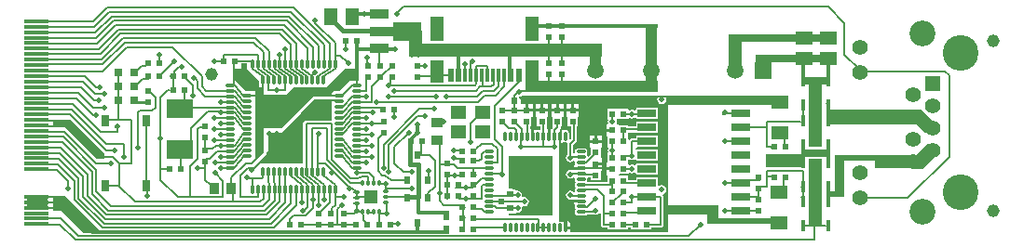
<source format=gtl>
G04*
G04 #@! TF.GenerationSoftware,Altium Limited,Altium Designer,18.1.7 (191)*
G04*
G04 Layer_Physical_Order=1*
G04 Layer_Color=255*
%FSLAX44Y44*%
%MOMM*%
G71*
G01*
G75*
%ADD10C,0.2000*%
%ADD13C,0.1500*%
%ADD14C,0.2540*%
%ADD15R,0.9800X0.9300*%
%ADD16R,0.6000X0.6000*%
%ADD17R,0.6000X0.6000*%
%ADD18R,0.6000X0.2000*%
%ADD19R,1.5000X1.3000*%
%ADD20R,1.4000X1.2000*%
%ADD21R,2.4000X1.7000*%
G04:AMPARAMS|DCode=22|XSize=0.3mm|YSize=0.8mm|CornerRadius=0.075mm|HoleSize=0mm|Usage=FLASHONLY|Rotation=270.000|XOffset=0mm|YOffset=0mm|HoleType=Round|Shape=RoundedRectangle|*
%AMROUNDEDRECTD22*
21,1,0.3000,0.6500,0,0,270.0*
21,1,0.1500,0.8000,0,0,270.0*
1,1,0.1500,-0.3250,-0.0750*
1,1,0.1500,-0.3250,0.0750*
1,1,0.1500,0.3250,0.0750*
1,1,0.1500,0.3250,-0.0750*
%
%ADD22ROUNDEDRECTD22*%
G04:AMPARAMS|DCode=23|XSize=0.3mm|YSize=0.8mm|CornerRadius=0.075mm|HoleSize=0mm|Usage=FLASHONLY|Rotation=0.000|XOffset=0mm|YOffset=0mm|HoleType=Round|Shape=RoundedRectangle|*
%AMROUNDEDRECTD23*
21,1,0.3000,0.6500,0,0,0.0*
21,1,0.1500,0.8000,0,0,0.0*
1,1,0.1500,0.0750,-0.3250*
1,1,0.1500,-0.0750,-0.3250*
1,1,0.1500,-0.0750,0.3250*
1,1,0.1500,0.0750,0.3250*
%
%ADD23ROUNDEDRECTD23*%
%ADD24R,0.2800X0.2800*%
%ADD25O,0.2800X0.6600*%
%ADD26O,0.6600X0.2800*%
%ADD27R,1.2500X1.2500*%
%ADD28R,1.7000X0.9000*%
%ADD29R,2.5000X0.9000*%
%ADD30R,2.6000X1.7000*%
%ADD31R,1.6700X0.7600*%
%ADD32R,0.7000X1.1000*%
%ADD33R,0.8000X0.8000*%
%ADD34R,0.5500X0.8000*%
%ADD35R,0.9300X0.9800*%
%ADD36R,0.6000X1.1500*%
%ADD37R,0.3000X1.1500*%
%ADD38R,2.2500X0.3500*%
%ADD39R,0.2000X0.6000*%
%ADD40R,0.4500X1.0000*%
%ADD41R,1.5000X1.2000*%
%ADD42R,1.3000X1.5000*%
%ADD81C,0.3000*%
%ADD82C,0.4000*%
%ADD83R,3.0000X0.4000*%
%ADD84R,0.4000X1.7000*%
%ADD85R,1.6000X0.6000*%
%ADD86R,0.9000X3.6000*%
%ADD87R,4.6000X0.6000*%
%ADD88R,4.6000X0.9000*%
%ADD89R,1.0000X1.7000*%
%ADD90R,6.1000X0.5000*%
%ADD91R,10.4000X0.9000*%
%ADD92R,0.6000X0.4000*%
%ADD93R,1.6000X0.4000*%
%ADD94R,3.6000X0.4000*%
%ADD95R,0.4000X0.6000*%
%ADD96R,0.4000X0.9000*%
%ADD97R,1.1000X4.5000*%
%ADD98R,11.0000X0.4000*%
%ADD99R,1.1000X2.3000*%
%ADD100R,12.0000X1.0000*%
%ADD101R,1.0000X2.8000*%
%ADD102R,8.6000X1.2000*%
%ADD103R,0.4000X1.7000*%
%ADD104R,0.4000X2.0000*%
%ADD105R,2.3000X0.8000*%
%ADD106R,6.3000X0.7000*%
%ADD107R,1.2000X3.5000*%
%ADD108R,9.1000X0.7000*%
%ADD109R,0.4000X0.6000*%
%ADD110R,0.4000X2.1000*%
%ADD111R,3.6000X1.3000*%
%ADD112R,8.1000X1.4000*%
%ADD113R,2.5000X0.7000*%
%ADD114R,3.3000X1.2000*%
%ADD115R,1.3000X6.0000*%
%ADD116R,1.3000X6.1000*%
%ADD117R,0.4000X2.5000*%
%ADD118R,0.3000X2.5000*%
%ADD119R,9.3000X1.2000*%
%ADD120R,1.2000X2.2000*%
%ADD121R,0.6000X0.8000*%
%ADD122R,0.4000X3.7000*%
%ADD123R,32.5000X0.3000*%
%ADD124R,1.9000X1.1500*%
%ADD125C,1.1520*%
%ADD126C,1.5080*%
%ADD127R,1.5080X1.5080*%
%ADD128C,1.3980*%
%ADD129C,2.3550*%
%ADD130C,3.2500*%
%ADD131R,1.3980X1.3980*%
%ADD132R,1.2000X2.0000*%
%ADD133R,1.2000X2.3000*%
%ADD134C,0.5080*%
%ADD135C,1.0000*%
G36*
X472000Y433000D02*
X465000D01*
X456000Y424000D01*
X451000Y424000D01*
X449000Y422000D01*
X449000Y420000D01*
X447000Y420000D01*
X407000D01*
X414000Y427000D01*
X444000D01*
X461000Y444000D01*
X472000D01*
Y433000D01*
D02*
G37*
G36*
X755000Y295000D02*
X666407D01*
X665601Y295982D01*
X665604Y296000D01*
Y297980D01*
X661500D01*
Y299250D01*
X660230D01*
Y305751D01*
X659466Y305599D01*
X658378Y304872D01*
X658238Y304662D01*
X658137Y304642D01*
X657250Y304818D01*
X656000D01*
Y376146D01*
X657250D01*
X658534Y376401D01*
X659622Y377128D01*
X659762Y377338D01*
X659863Y377358D01*
X660750Y377181D01*
X662250D01*
X662372Y377206D01*
X663459Y376161D01*
X663427Y376000D01*
Y366168D01*
X663070Y365930D01*
X662172Y364586D01*
X661856Y363000D01*
X662172Y361414D01*
X663070Y360070D01*
X664414Y359172D01*
X666000Y358856D01*
X667586Y359172D01*
X668905Y360053D01*
X669093Y360018D01*
X670182Y359250D01*
Y357750D01*
X670358Y356863D01*
X670338Y356762D01*
X670128Y356622D01*
X669401Y355534D01*
X669249Y354770D01*
X675750D01*
Y352230D01*
X669181D01*
X669166Y352193D01*
X668103Y351483D01*
X667586Y351828D01*
X666000Y352144D01*
X664414Y351828D01*
X663070Y350930D01*
X662172Y349586D01*
X661856Y348000D01*
X662172Y346414D01*
X663070Y345070D01*
X664414Y344172D01*
X666000Y343856D01*
X667586Y344172D01*
X668905Y345053D01*
X669093Y345018D01*
X670182Y344250D01*
Y342750D01*
X670358Y341863D01*
X670804Y341000D01*
X670358Y340137D01*
X670182Y339250D01*
Y337750D01*
X670358Y336863D01*
X670804Y336000D01*
X670358Y335137D01*
X670182Y334250D01*
Y332750D01*
X669093Y331982D01*
X668905Y331946D01*
X667586Y332828D01*
X666000Y333144D01*
X664414Y332828D01*
X663070Y331930D01*
X662172Y330586D01*
X661856Y329000D01*
X662172Y327414D01*
X663070Y326070D01*
X664414Y325172D01*
X666000Y324856D01*
X667586Y325172D01*
X668103Y325517D01*
X669166Y324807D01*
X669181Y324770D01*
X675750D01*
Y322230D01*
X669249D01*
X669401Y321466D01*
X670128Y320378D01*
X670338Y320238D01*
X670358Y320137D01*
X670182Y319250D01*
Y317750D01*
X670358Y316863D01*
X670861Y316110D01*
X670358Y315137D01*
X670182Y314250D01*
Y312750D01*
X670358Y311863D01*
X670861Y311110D01*
X671613Y310608D01*
X672500Y310431D01*
X679000D01*
X679887Y310608D01*
X680639Y311110D01*
X680851Y311427D01*
X687033D01*
X687414Y311172D01*
X689000Y310856D01*
X690586Y311172D01*
X691930Y312070D01*
X692157Y312409D01*
X693427Y312024D01*
Y302000D01*
X693622Y301015D01*
X694180Y300180D01*
X695015Y299622D01*
X696000Y299426D01*
X699396D01*
Y297476D01*
X708286D01*
X708444Y297476D01*
X709556D01*
X709714Y297476D01*
X718604D01*
Y299427D01*
X720396D01*
Y297476D01*
X729286D01*
X729444Y297476D01*
X730556D01*
X730714Y297476D01*
X739604D01*
Y299427D01*
X748000D01*
X748000Y299426D01*
X748985Y299622D01*
X749820Y300180D01*
X750378Y301015D01*
X750574Y302000D01*
Y327000D01*
X750378Y327985D01*
X749820Y328820D01*
X750198Y330095D01*
X750586Y330172D01*
X751930Y331070D01*
X752828Y332414D01*
X753144Y334000D01*
X752828Y335586D01*
X751930Y336930D01*
X750586Y337828D01*
X749000Y338144D01*
X747414Y337828D01*
X746494Y337213D01*
X745224Y337776D01*
Y345274D01*
X725476D01*
Y342573D01*
X718604D01*
Y346524D01*
X710266D01*
X709485Y347431D01*
X709484Y347450D01*
X710253Y348476D01*
X718604D01*
Y348854D01*
X719874Y349533D01*
X720414Y349172D01*
X722000Y348856D01*
X723586Y349172D01*
X724206Y349586D01*
X725476Y348907D01*
Y347326D01*
X745224D01*
Y357974D01*
X725476D01*
Y357093D01*
X724206Y356414D01*
X723586Y356828D01*
X722000Y357144D01*
X720414Y356828D01*
X719874Y356467D01*
X718604Y357146D01*
X718604Y357524D01*
X718604Y358794D01*
Y360854D01*
X719874Y361533D01*
X720414Y361172D01*
X722000Y360856D01*
X723586Y361172D01*
X724206Y361586D01*
X725476Y360907D01*
Y360026D01*
X745224D01*
Y370674D01*
X725476D01*
X725286Y370861D01*
Y371535D01*
X726478Y372726D01*
X745224D01*
Y383374D01*
X725476D01*
Y380573D01*
X722000D01*
X721015Y380378D01*
X720180Y379820D01*
X719874Y379361D01*
X718604Y379747D01*
Y382524D01*
X718604D01*
Y383476D01*
X718604D01*
Y386176D01*
X725476D01*
Y385426D01*
X745224D01*
Y396074D01*
X725476D01*
Y391323D01*
X718604D01*
Y392524D01*
X714329D01*
X714080Y392573D01*
X713831Y392524D01*
X710073Y392524D01*
X709460Y393540D01*
X708943Y393540D01*
X708143Y394409D01*
X707907Y394810D01*
X708144Y396000D01*
X707904Y397206D01*
X708444Y398476D01*
X709556D01*
X709714Y398476D01*
X718604D01*
Y398854D01*
X719874Y399533D01*
X720414Y399172D01*
X722000Y398856D01*
X723586Y399172D01*
X724206Y399586D01*
X725476Y398907D01*
Y398126D01*
X745224D01*
Y408774D01*
X725476D01*
Y407093D01*
X724206Y406414D01*
X723586Y406828D01*
X722000Y407144D01*
X720414Y406828D01*
X719874Y406467D01*
X718604Y407146D01*
Y407524D01*
X709714D01*
X709556Y407524D01*
X708444D01*
X708286Y407524D01*
X699396D01*
Y398476D01*
X699396D01*
X700096Y397206D01*
X699856Y396000D01*
X700093Y394810D01*
X699345Y393540D01*
X698380D01*
Y389270D01*
X703920D01*
Y386730D01*
X698380D01*
Y382460D01*
X699396D01*
Y373476D01*
X699907D01*
X700586Y372206D01*
X700172Y371586D01*
X699856Y370000D01*
X700096Y368794D01*
X699396Y367524D01*
X699396D01*
Y358540D01*
X698380D01*
Y354270D01*
X703920D01*
Y351730D01*
X698380D01*
Y347460D01*
X698590D01*
X699396Y346524D01*
X699396Y346190D01*
Y340574D01*
X681808D01*
X681131Y341841D01*
X681142Y341863D01*
X681319Y342750D01*
Y344250D01*
X682360Y345426D01*
X684476D01*
Y342396D01*
X693524D01*
Y351444D01*
X694540Y351540D01*
Y355810D01*
X689000D01*
Y358350D01*
X694540D01*
Y362620D01*
X694473D01*
X693524Y363396D01*
X693524Y371927D01*
X694540Y372540D01*
X694540Y373057D01*
X694540Y373057D01*
Y376810D01*
X683460D01*
Y373057D01*
X683460Y373057D01*
X683460Y372540D01*
X684476Y371927D01*
X684476Y371270D01*
Y366115D01*
X682491Y364131D01*
X681235Y364670D01*
X681142Y365137D01*
X680697Y366000D01*
X681142Y366863D01*
X681319Y367750D01*
Y369250D01*
X681142Y370137D01*
X680639Y370889D01*
X679887Y371392D01*
X679000Y371568D01*
X672500D01*
X671613Y371392D01*
X670861Y370889D01*
X670358Y370137D01*
X670182Y369250D01*
Y367893D01*
X669972Y367564D01*
X669175Y366859D01*
X668653Y367008D01*
X668574Y367072D01*
Y374934D01*
X670820Y377180D01*
X671377Y378015D01*
X671573Y379000D01*
Y391476D01*
X672524D01*
X672524Y400007D01*
X673540Y400620D01*
X673540Y401137D01*
X673540Y401137D01*
Y404890D01*
X662460D01*
Y401137D01*
X662460Y401137D01*
X662460Y400620D01*
X663476Y400007D01*
X663476Y399350D01*
Y391476D01*
X666426D01*
Y380525D01*
X665839Y380079D01*
X664569Y380709D01*
Y386000D01*
X664392Y386887D01*
X663889Y387639D01*
X663137Y388142D01*
X662250Y388318D01*
X660750D01*
X659863Y388142D01*
X659762Y388162D01*
X659622Y388372D01*
X658534Y389099D01*
X657612Y389282D01*
X656937Y390415D01*
X657426Y391396D01*
X658524D01*
X658524Y399927D01*
X659540Y400540D01*
X659540Y401057D01*
X659540Y401057D01*
Y404810D01*
X648460D01*
Y401057D01*
X648460Y401057D01*
X648460Y400540D01*
X649476Y399927D01*
X649476Y397249D01*
X649427Y397000D01*
X649476Y396751D01*
Y391396D01*
X649476Y391396D01*
X649551Y390126D01*
X649122Y389485D01*
X647781Y389249D01*
X647770Y389251D01*
Y382750D01*
X645230D01*
Y389361D01*
X644232Y390126D01*
X644322Y391396D01*
X644524D01*
X644524Y399927D01*
X645540Y400540D01*
X645540Y401057D01*
X645540Y401057D01*
Y404810D01*
X634460D01*
Y401057D01*
X634460Y401057D01*
X634460Y400540D01*
X635476Y399927D01*
X635476Y399270D01*
Y391396D01*
X638927D01*
Y389142D01*
X638747Y388914D01*
X637657Y388238D01*
X637250Y388318D01*
X635750D01*
X634863Y388142D01*
X634762Y388162D01*
X634622Y388372D01*
X633534Y389099D01*
X632770Y389251D01*
Y382750D01*
X630230D01*
Y389361D01*
X629232Y390126D01*
X629322Y391396D01*
X630524D01*
Y400444D01*
X631540Y400540D01*
Y404810D01*
X626000D01*
Y406080D01*
X624730D01*
Y411620D01*
X620540D01*
Y416540D01*
X619650D01*
Y417000D01*
X619524Y417303D01*
Y418961D01*
X620586Y419172D01*
X621825Y420000D01*
X745385D01*
X745710Y419493D01*
X745936Y418730D01*
X745172Y417586D01*
X744856Y416000D01*
X745172Y414414D01*
X746070Y413070D01*
X747414Y412172D01*
X749000Y411856D01*
X750586Y412172D01*
X751930Y413070D01*
X752828Y414414D01*
X753144Y416000D01*
X752828Y417586D01*
X752064Y418730D01*
X752290Y419493D01*
X752615Y420000D01*
X755000D01*
Y295000D01*
D02*
G37*
G36*
X996000Y396000D02*
X996000Y386000D01*
X988000Y386000D01*
X981000Y393000D01*
X973000D01*
X973000Y407000D01*
X985000D01*
X996000Y396000D01*
D02*
G37*
G36*
X383000Y433000D02*
Y427000D01*
X387000D01*
Y419000D01*
X432000D01*
X403000Y390000D01*
X387000D01*
Y368000D01*
X380000Y362000D01*
Y419000D01*
X380000Y424000D01*
X371000Y424000D01*
X360000Y435000D01*
X360000Y444000D01*
X372000D01*
X383000Y433000D01*
D02*
G37*
G36*
X211000Y398000D02*
X242000Y367000D01*
Y362000D01*
X236000Y362000D01*
X207000Y391000D01*
X196000Y391000D01*
X196000Y398000D01*
X211000Y398000D01*
D02*
G37*
G36*
X449000Y398000D02*
X448000Y397000D01*
X425000D01*
X423000Y395000D01*
Y358000D01*
X384000D01*
Y360000D01*
X392000Y368000D01*
Y385000D01*
X404000D01*
X434000Y415000D01*
X449000D01*
Y398000D01*
D02*
G37*
G36*
X996000Y363000D02*
X986000Y353000D01*
X977000D01*
X977833Y363833D01*
X990000Y376000D01*
X996000Y376000D01*
Y363000D01*
D02*
G37*
G36*
X650000Y310000D02*
X610000D01*
Y312350D01*
X613000D01*
X613303Y312476D01*
X615524D01*
Y312476D01*
X616794Y313096D01*
X618000Y312856D01*
X619586Y313172D01*
X620930Y314070D01*
X621828Y315414D01*
X622144Y317000D01*
X621931Y318072D01*
X621944Y318102D01*
X622898Y319056D01*
X622928Y319069D01*
X624000Y318856D01*
X625586Y319172D01*
X626930Y320070D01*
X627828Y321414D01*
X628144Y323000D01*
X627828Y324586D01*
X626930Y325930D01*
X625586Y326828D01*
X624000Y327144D01*
X622928Y326931D01*
X622898Y326944D01*
X621944Y327898D01*
X621931Y327928D01*
X622144Y329000D01*
X621828Y330586D01*
X620930Y331930D01*
X619586Y332828D01*
X618000Y333144D01*
X616794Y332904D01*
X615524Y333644D01*
Y334524D01*
X613303D01*
X613000Y334650D01*
X610000D01*
Y365000D01*
X650000D01*
Y310000D01*
D02*
G37*
G36*
X207000Y328000D02*
X238000Y297000D01*
Y294000D01*
X224000Y294000D01*
X203000Y315000D01*
X196000D01*
X196000Y328000D01*
X207000Y328000D01*
D02*
G37*
%LPC*%
G36*
X673540Y411700D02*
X669270D01*
Y407430D01*
X673540D01*
Y411700D01*
D02*
G37*
G36*
X666730D02*
X662460D01*
Y407430D01*
X666730D01*
Y411700D01*
D02*
G37*
G36*
X631540Y411620D02*
X627270D01*
Y407350D01*
X631540D01*
Y411620D01*
D02*
G37*
G36*
X659540D02*
X655270D01*
Y407350D01*
X659540D01*
Y411620D01*
D02*
G37*
G36*
X652730D02*
X648460D01*
Y407350D01*
X652730D01*
Y411620D01*
D02*
G37*
G36*
X645540D02*
X641270D01*
Y407350D01*
X645540D01*
Y411620D01*
D02*
G37*
G36*
X638730D02*
X634460D01*
Y407350D01*
X638730D01*
Y411620D01*
D02*
G37*
G36*
X694540Y383620D02*
X690270D01*
Y379350D01*
X694540D01*
Y383620D01*
D02*
G37*
G36*
X687730D02*
X683460D01*
Y379350D01*
X687730D01*
Y383620D01*
D02*
G37*
G36*
X662770Y305751D02*
Y300520D01*
X665604D01*
Y302500D01*
X665349Y303784D01*
X664622Y304872D01*
X663534Y305599D01*
X662770Y305751D01*
D02*
G37*
%LPD*%
D10*
X575000Y394000D02*
X582000Y401000D01*
X575000Y377000D02*
Y394000D01*
X571000Y326000D02*
X585000D01*
X585000Y344000D02*
X593000D01*
X577080Y336080D02*
X585000Y344000D01*
X562080Y336080D02*
X577080D01*
X547000Y357000D02*
X560000D01*
X547000Y324000D02*
Y357000D01*
X546000Y380000D02*
X547000Y379000D01*
Y357000D02*
Y379000D01*
X580000Y371000D02*
X585000Y376000D01*
X595000D01*
X600000Y371000D01*
Y358500D02*
Y371000D01*
X592250Y358500D02*
X600000D01*
X602000Y348000D02*
X604000D01*
X602000Y348000D02*
X602000Y348000D01*
X647000Y483000D02*
X660000D01*
X479000Y494000D02*
X498000D01*
X527000Y437000D02*
X544000D01*
X481000Y450080D02*
X483000Y448080D01*
X561000Y347000D02*
X567920D01*
X554000Y326000D02*
Y346920D01*
X468000Y335000D02*
X471000Y332000D01*
X480000Y326000D02*
X482000Y324000D01*
X501080Y303000D02*
X508000D01*
X434000Y415000D02*
X456000D01*
X350500Y449000D02*
Y457000D01*
Y449000D02*
X351000D01*
X349500Y450000D02*
X350500Y449000D01*
X304920Y436920D02*
X305000Y437000D01*
X302920Y437920D02*
X304000Y439000D01*
X329080Y391080D02*
X334000D01*
X302920Y437000D02*
Y437080D01*
X373000Y354000D02*
X379000D01*
X455000Y302000D02*
X469000D01*
X422000D02*
X454000D01*
X604000Y350000D02*
Y373000D01*
X597000Y380000D02*
X604000Y373000D01*
X597000Y380000D02*
Y410000D01*
X602000Y348000D02*
X604000Y350000D01*
X579000Y360000D02*
X583000D01*
X585000Y362000D01*
Y366000D01*
X587500Y368500D01*
X592250D01*
X567000Y362000D02*
X568000Y361000D01*
X561000Y362000D02*
X567000D01*
X560000Y363000D02*
X561000Y362000D01*
X567000Y370000D02*
X567000Y370000D01*
X560000Y370000D02*
X567000D01*
X930000Y446000D02*
X934000Y442000D01*
X929000Y440000D02*
Y443000D01*
X520000Y350000D02*
X521000Y351000D01*
X509000Y494000D02*
Y496000D01*
X472000Y429500D02*
Y470000D01*
X473000Y462000D02*
X498000D01*
X492000Y447080D02*
Y461000D01*
X578000Y348000D02*
X580000D01*
X578000D02*
Y353500D01*
X568000Y316000D02*
X570000Y318000D01*
X568000Y309920D02*
X569920Y308000D01*
X498250Y335000D02*
Y339000D01*
X493000D02*
X498250D01*
X498100Y332000D02*
Y335000D01*
X361080Y451000D02*
X377000D01*
X360000Y449000D02*
X361080D01*
X255000Y398000D02*
Y441000D01*
X243500Y398000D02*
X255000D01*
X177000Y397000D02*
X198000D01*
X178000Y392000D02*
X199000D01*
X387000Y326000D02*
Y335500D01*
X449000Y313080D02*
X450000Y312080D01*
X565920Y320000D02*
X567920Y318000D01*
X551000Y320000D02*
X565920D01*
X547000Y324000D02*
X551000Y320000D01*
X569000Y299000D02*
Y307000D01*
X568000Y298000D02*
X569000Y299000D01*
X567920Y307000D02*
X569000D01*
X567920Y318000D02*
X569920D01*
X568000Y309920D02*
Y316000D01*
X579000D02*
X585000D01*
X587500Y313500D02*
X592250D01*
X585000Y316000D02*
X587500Y313500D01*
X613000Y329000D02*
X618000D01*
X636000Y299000D02*
Y299250D01*
X578000Y307000D02*
X637000D01*
X530000Y365500D02*
Y378000D01*
Y365500D02*
X537500D01*
X528000D02*
X530000D01*
X527000D02*
X528000D01*
X526750Y365750D02*
X527000Y366000D01*
X528000Y365000D02*
Y365500D01*
X491000Y381000D02*
X496000Y386000D01*
X529000Y408000D02*
X542000D01*
X496000Y375000D02*
X529000Y408000D01*
X496000Y354000D02*
Y375000D01*
X527000Y447080D02*
X535000D01*
X492500Y311750D02*
X499000D01*
X527000Y401000D02*
X534000D01*
X501000Y375000D02*
X527000Y401000D01*
X501000Y350000D02*
Y375000D01*
X506000Y373000D02*
X519000Y386000D01*
X506000Y358000D02*
Y373000D01*
X530000Y460000D02*
Y477000D01*
X500000Y327000D02*
X518000D01*
X492900Y437221D02*
X494992Y437920D01*
X492000Y436920D02*
X492900Y437221D01*
X491000Y434000D02*
Y436000D01*
X485000Y428000D02*
X491000Y434000D01*
X494992Y437920D02*
X504000Y447000D01*
X485000Y414000D02*
Y428000D01*
X1006000Y442000D02*
X1010000Y438000D01*
Y364000D02*
Y438000D01*
X972200Y326200D02*
X1010000Y364000D01*
X934000Y442000D02*
X1006000D01*
X514000Y501000D02*
X900000D01*
X509000Y496000D02*
X514000Y501000D01*
X915000Y457000D02*
Y486000D01*
X900000Y501000D02*
X915000Y486000D01*
Y457000D02*
X929000Y443000D01*
X928700Y326200D02*
X972200D01*
X827000Y315000D02*
X837000D01*
X806000Y314000D02*
X806550Y314550D01*
X820650Y343000D02*
X838000D01*
X377000Y451000D02*
Y452000D01*
Y448500D02*
Y451000D01*
X806000Y379000D02*
X806950Y378050D01*
X805450Y403450D02*
X820650D01*
X637000Y300000D02*
Y307000D01*
X641500Y299250D02*
X646500D01*
X636500D02*
X641500D01*
X636000D02*
X636500D01*
X245000Y500000D02*
X414000D01*
X232000Y487000D02*
X245000Y500000D01*
X191000Y487000D02*
X232000D01*
X247000Y496000D02*
X412000D01*
X233000Y482000D02*
X247000Y496000D01*
X191000Y482000D02*
X233000D01*
X249000Y492000D02*
X410000D01*
X234000Y477000D02*
X249000Y492000D01*
X191000Y477000D02*
X234000D01*
X251000Y488000D02*
X408000D01*
X235000Y472000D02*
X251000Y488000D01*
X191000Y472000D02*
X235000D01*
X253000Y484000D02*
X406000D01*
X236000Y467000D02*
X253000Y484000D01*
X190000Y467000D02*
X236000D01*
X417000Y447500D02*
Y467000D01*
X255000Y480000D02*
X404000D01*
X237000Y462000D02*
X255000Y480000D01*
X190000Y462000D02*
X237000D01*
X412000Y447500D02*
Y458839D01*
X257000Y476000D02*
X402000D01*
X239000Y458000D02*
X257000Y476000D01*
X190000Y458000D02*
X239000D01*
X259000Y472000D02*
X380000D01*
X240000Y453000D02*
X259000Y472000D01*
X189000Y453000D02*
X240000D01*
X261000Y468000D02*
X378000D01*
X241000Y448000D02*
X261000Y468000D01*
X189000Y448000D02*
X241000D01*
X335000Y424000D02*
X358500D01*
X263000Y464000D02*
X304000D01*
X241000Y442000D02*
X263000Y464000D01*
X187000Y442000D02*
X241000D01*
X407000Y447500D02*
Y462000D01*
X485000Y384000D02*
X486000D01*
X471500D02*
X485000D01*
X480000Y389000D02*
X481000D01*
X471500D02*
X480000D01*
X492000Y394000D02*
X494000D01*
X485000D02*
X492000D01*
X471500Y399000D02*
X480000D01*
X469500D02*
X471500D01*
X331000Y428000D02*
X335000Y424000D01*
X331000Y428000D02*
Y437000D01*
X304000Y464000D02*
X331000Y437000D01*
X324000Y436000D02*
X327000Y433000D01*
Y426000D02*
Y433000D01*
Y426000D02*
X334000Y419000D01*
X357080D01*
X324000Y436000D02*
Y437000D01*
X554000Y347000D02*
X561000D01*
X382000Y457000D02*
X382000Y457000D01*
X350500Y457000D02*
X382000D01*
X310000Y446000D02*
X313000D01*
X323000Y420000D02*
Y429000D01*
X316000Y436000D02*
X323000Y429000D01*
X342000Y451000D02*
X349500D01*
X872000Y472000D02*
Y472500D01*
X218500Y291500D02*
X773500D01*
X784000Y302000D01*
X689000Y354000D02*
X697000D01*
X662000Y298000D02*
Y323000D01*
X661000Y406000D02*
X669000D01*
X614080Y406080D02*
X615000Y407000D01*
X647000Y382750D02*
Y406000D01*
X848000Y419000D02*
X854000Y413000D01*
X697000Y419000D02*
X848000D01*
X697000Y406000D02*
Y419000D01*
X615000Y420000D02*
X618000Y423000D01*
X615000Y417000D02*
Y420000D01*
X620000Y424000D02*
X630000D01*
X619000Y423000D02*
X620000Y424000D01*
X614000Y417000D02*
X615000D01*
X697000Y388000D02*
Y406000D01*
X696840Y406160D02*
X697000Y406000D01*
X668000Y406160D02*
X696840D01*
X697000Y388000D02*
X701920D01*
X689000Y354000D02*
Y357080D01*
X614080Y406080D02*
X615000D01*
X604000D02*
X614080D01*
X614000Y406000D02*
X614080Y406080D01*
X615000Y407000D02*
Y413000D01*
X360000Y430000D02*
Y449000D01*
X506000Y358000D02*
X514000Y350000D01*
X491000Y436000D02*
X492000Y437000D01*
X497000Y463000D02*
X498000Y462000D01*
X507000D01*
X501000Y419000D02*
X544000D01*
X490000Y414000D02*
X582000D01*
X588000Y420000D01*
X506000Y400000D02*
Y406920D01*
X507000D02*
X507080Y407000D01*
X514000Y350000D02*
X520000D01*
X471500Y409000D02*
X497000D01*
X553000Y419000D02*
X581000D01*
X738000Y483000D02*
X743000D01*
X854000Y305000D02*
Y306500D01*
X798000D02*
X854000D01*
X888000Y301000D02*
X898000D01*
X877000D02*
X888000D01*
Y309000D01*
Y288000D02*
Y301000D01*
X887500Y309500D02*
X888000Y309000D01*
X900000Y433000D02*
Y452000D01*
Y432000D02*
Y433000D01*
X877000Y436000D02*
X899000D01*
X877000D02*
Y452000D01*
Y433000D02*
Y436000D01*
Y432000D02*
Y433000D01*
X202500Y307500D02*
X218500Y291500D01*
X878000Y472500D02*
X900000D01*
X872000D02*
X878000D01*
X588000Y420000D02*
X598000D01*
X619000Y432000D02*
Y435000D01*
X597000Y410000D02*
X619000Y432000D01*
X696000Y312000D02*
Y328000D01*
X690000Y334000D02*
X696000Y328000D01*
X676750Y334000D02*
X690000D01*
X713080Y365000D02*
X722000D01*
X676750Y314000D02*
X689000D01*
X181000Y307500D02*
X202500D01*
X216033Y288000D02*
X888000D01*
X202033Y302000D02*
X216033Y288000D01*
X543000Y337000D02*
Y360000D01*
X536500Y330500D02*
X543000Y337000D01*
X536500Y326500D02*
Y330500D01*
X499250Y335000D02*
X522000D01*
X580000Y424000D02*
X584000Y428000D01*
X507000Y424000D02*
X580000D01*
X501000Y429000D02*
X579000D01*
X500000D02*
X501000D01*
X579000D02*
X580500Y430500D01*
X491000Y351000D02*
Y381000D01*
X503409Y342500D02*
X516500D01*
X497273Y347000D02*
X503409Y342500D01*
X495000Y347000D02*
X497273D01*
X646000Y483080D02*
X648000D01*
X632000D02*
X646000D01*
X480000Y438000D02*
X482000D01*
X480000Y424000D02*
Y438000D01*
X498250Y339000D02*
Y340000D01*
Y335000D02*
X499250D01*
X498100D02*
X498250D01*
X560000Y357000D02*
X563500Y353500D01*
X491000Y351000D02*
X495000Y347000D01*
X499250Y332040D02*
Y335000D01*
X537500Y365500D02*
X543000Y360000D01*
X527000Y362500D02*
Y365500D01*
X658000Y431000D02*
X659000D01*
X658000D02*
Y438920D01*
X646000Y431000D02*
Y438920D01*
X632000Y483000D02*
Y483080D01*
X646000Y483000D02*
Y483080D01*
X658000Y472920D02*
Y473000D01*
Y449080D02*
Y472920D01*
X646000Y450000D02*
Y472920D01*
X899000Y452000D02*
X900000D01*
X877000D02*
X877000D01*
X586000Y424000D02*
X596000D01*
X581000Y419000D02*
X586000Y424000D01*
X584000Y428000D02*
X585781D01*
X580500Y430500D02*
Y437030D01*
X825000Y391000D02*
X833000D01*
X844000Y373000D02*
Y391000D01*
X833000D02*
X844000D01*
X837000Y314920D02*
Y315000D01*
X820650Y339950D02*
Y343000D01*
X844000Y337000D02*
Y346000D01*
X837000Y337000D02*
X844000D01*
X837000Y335920D02*
Y337000D01*
X824000Y327000D02*
X837000D01*
Y335920D01*
Y325080D02*
Y327000D01*
X596000Y430000D02*
Y438000D01*
X606000Y428000D02*
Y434000D01*
X598000Y420000D02*
X606000Y428000D01*
X596000Y424000D02*
X600500Y428500D01*
Y437030D01*
X594000Y428000D02*
X596000Y430000D01*
X585781Y428000D02*
X594000D01*
X585500Y437000D02*
X585781Y428000D01*
X565000Y326000D02*
X571000D01*
X977000Y359200D02*
X979200D01*
X973000D02*
X977000D01*
X990000Y370000D02*
X991000D01*
X979200Y359200D02*
X990000Y370000D01*
X876000Y337000D02*
X877000Y336000D01*
X877000Y339000D02*
Y351000D01*
X844000D02*
X877000D01*
X847920Y373000D02*
X848920Y372000D01*
X844000Y373000D02*
X847920D01*
X844000Y346000D02*
X850000D01*
X844000D02*
Y351000D01*
X806550Y314550D02*
X820650D01*
X807000Y340000D02*
X807050Y339950D01*
X820650D01*
X806950Y378050D02*
X820650D01*
X805000Y403000D02*
X805450Y403450D01*
X900000Y397000D02*
X954000D01*
X900000D02*
Y411000D01*
X952000Y397000D02*
X956000Y401000D01*
X972000D01*
X950000Y359000D02*
X975000D01*
X900000Y321000D02*
Y323000D01*
X844000Y396000D02*
X875000D01*
X844000Y391000D02*
Y396000D01*
X859000Y386000D02*
X860080D01*
Y372000D02*
Y386000D01*
X860000Y335000D02*
Y345920D01*
X860080Y346000D01*
X820650Y390750D02*
X821900Y392000D01*
X900000Y361000D02*
Y374000D01*
X877000Y367000D02*
Y374000D01*
Y361000D02*
Y367000D01*
X899000D01*
X877000D02*
X877000D01*
X877000Y361000D02*
X877000Y361000D01*
X900000Y411000D02*
Y412000D01*
X899000Y413000D02*
X900000Y412000D01*
X877000Y409000D02*
X877000Y409000D01*
Y397000D02*
Y409000D01*
X899000Y301000D02*
X899000Y301000D01*
X875920Y326920D02*
X876000Y327000D01*
X877000Y323000D02*
Y336000D01*
X900000Y323000D02*
Y337000D01*
Y323000D02*
X900000Y323000D01*
X703920Y396080D02*
X704000Y396000D01*
X703920Y396080D02*
Y403000D01*
X722000D02*
X732000D01*
X714080D02*
X722000D01*
X722000Y327000D02*
X748000D01*
X721000D02*
X722000D01*
Y327000D01*
Y322000D02*
Y327000D01*
X714080Y322000D02*
X722000D01*
X713000Y331080D02*
Y332000D01*
X703920Y322000D02*
X713000Y331080D01*
X733000Y312000D02*
X736000Y315000D01*
X714080Y313000D02*
X733000D01*
X714080Y312000D02*
Y314000D01*
X696000Y302000D02*
Y312000D01*
X703920D01*
X696000Y302000D02*
X703920D01*
X702000Y340000D02*
X704000Y342000D01*
X703920Y331080D02*
X704000Y331000D01*
X703920Y331080D02*
Y340000D01*
X735080Y302000D02*
X748000D01*
X715000D02*
X724920D01*
X537000Y344000D02*
Y351000D01*
X601500Y348500D02*
X602000Y348000D01*
X697000Y354000D02*
Y382080D01*
X680500Y358500D02*
X688000Y366000D01*
X675750Y358500D02*
X680500D01*
X677000Y354000D02*
X688500D01*
X666000Y328000D02*
X666500Y328500D01*
X652000Y397000D02*
X654000Y395000D01*
X651500Y373000D02*
Y382750D01*
X676750Y348000D02*
X688000D01*
X678750Y338000D02*
X704000D01*
X681000Y318000D02*
X689000Y326000D01*
X676750Y318000D02*
X681000D01*
X722000Y365000D02*
Y378000D01*
X517500Y326500D02*
X518000Y327000D01*
X471750D02*
X480000D01*
X471500Y359000D02*
X480000D01*
X481000D01*
X605000Y323000D02*
X624000D01*
X613000Y317000D02*
X617000D01*
X480000Y369000D02*
X481000D01*
X471500D02*
X480000D01*
X485000Y364000D02*
X486000D01*
X471500D02*
X485000D01*
X608500Y328500D02*
X609000Y329000D01*
X592250Y328500D02*
X608500D01*
X600500Y323500D02*
X601000Y323000D01*
X592250Y323500D02*
X600500D01*
X608000Y317000D02*
X609000Y316000D01*
X599000Y317000D02*
X608000D01*
X597500Y318500D02*
X599000Y317000D01*
X592250Y318500D02*
X597500D01*
X544000Y436000D02*
Y437000D01*
X570500Y438030D02*
Y447500D01*
X570000Y448000D02*
X570500Y447500D01*
X575500Y441030D02*
Y450000D01*
X481000Y450080D02*
Y454000D01*
X530000Y460000D02*
X564500D01*
Y438000D02*
Y460000D01*
X545000Y438000D02*
X545030Y438030D01*
X557000D01*
X542000Y448000D02*
X543000Y449000D01*
X471000Y495000D02*
X473000Y497000D01*
Y494000D02*
X479000D01*
X499000Y476000D02*
X511000D01*
X462000Y462000D02*
Y469000D01*
X472000Y470000D02*
X472080D01*
X434000Y486000D02*
Y488000D01*
Y486000D02*
X452000Y468000D01*
Y456000D02*
Y468000D01*
X590000Y441000D02*
Y447000D01*
X580500D02*
X590000D01*
X580500Y438030D02*
Y447000D01*
X713080Y403000D02*
X714080D01*
X697000Y378080D02*
X697000Y382080D01*
X690000Y378080D02*
X697000D01*
X703920Y365000D02*
Y378000D01*
X697000Y378080D02*
Y388000D01*
X661000Y406000D02*
Y406080D01*
Y392000D02*
Y406000D01*
X668000Y395000D02*
X669000Y394000D01*
Y379000D02*
Y394000D01*
X666000Y376000D02*
X669000Y379000D01*
X666000Y363000D02*
Y376000D01*
X578080Y299000D02*
X606000D01*
X592250Y348500D02*
X601500D01*
X656500Y328500D02*
X661500Y323500D01*
X662000Y323000D01*
X661500Y323500D02*
X675750D01*
X656500Y328500D02*
Y354000D01*
Y382750D01*
Y354000D02*
X673000D01*
X666500Y328500D02*
X675750D01*
X641500Y373000D02*
Y382750D01*
X621000Y373000D02*
Y382000D01*
Y373000D02*
X641500D01*
X651000D01*
X651500D01*
X666000Y348000D02*
X666500Y348500D01*
X675750D01*
X666000Y363000D02*
X666500Y363500D01*
X675750D01*
X633000Y406080D02*
X640000D01*
X651000D01*
X631000Y390000D02*
X633000Y392000D01*
Y406080D01*
X651500Y382750D02*
Y388500D01*
X654000Y391000D01*
Y395000D01*
X657000Y385000D02*
Y388000D01*
X661000Y392000D01*
X654000Y406080D02*
X661000D01*
X646500Y382750D02*
X647000D01*
X641000Y395000D02*
X641500Y394500D01*
Y382750D02*
Y394500D01*
X626000Y406080D02*
X633000D01*
X631000Y383000D02*
Y390000D01*
X615000Y406080D02*
X626000D01*
X626000Y396000D02*
X626500Y395500D01*
Y382750D02*
Y395500D01*
X617000Y394000D02*
X621500Y389500D01*
Y382750D02*
Y389500D01*
X606000Y394000D02*
X610000Y390000D01*
X615000D01*
X616500Y388500D01*
Y382750D02*
Y388500D01*
X563500Y353500D02*
X578000D01*
X592250D01*
X585000Y326000D02*
Y337000D01*
X586500Y338500D01*
X592250D01*
X562000Y336000D02*
X562080Y336080D01*
X748000Y302000D02*
Y327000D01*
X697000Y353000D02*
X703920D01*
X696000D02*
X697000D01*
X714080D02*
X720000D01*
X722000Y378000D02*
X732000D01*
X703920D02*
X705000D01*
X713080Y388750D02*
X734350D01*
X714080Y378000D02*
Y390000D01*
X703920Y302000D02*
X704000D01*
X713080Y340000D02*
X732000D01*
X481080Y302000D02*
Y302920D01*
X477500Y306500D02*
X481080Y302920D01*
X477500Y306500D02*
Y310850D01*
X454000Y316000D02*
X458000Y320000D01*
X454000Y302000D02*
Y316000D01*
X449000Y317000D02*
X452000Y320000D01*
X449000Y313080D02*
Y317000D01*
X452000Y320000D02*
Y334000D01*
X447000Y322000D02*
Y329000D01*
X439000Y314000D02*
X447000Y322000D01*
X432064Y323226D02*
Y329936D01*
X411000Y302000D02*
Y307000D01*
X282000Y336000D02*
X282080Y336080D01*
X431936Y316936D02*
Y323098D01*
X425000Y310000D02*
X431936Y316936D01*
X414000Y310000D02*
X425000D01*
X411000Y307000D02*
X414000Y310000D01*
X465000Y335000D02*
Y336000D01*
X466000Y335000D02*
X468000D01*
X465000D02*
X466000D01*
X465000Y335000D02*
Y335000D01*
X472000Y349000D02*
Y354000D01*
X487000Y342150D02*
Y345000D01*
Y340150D02*
Y342150D01*
X472000Y349000D02*
X483000D01*
X487000Y345000D01*
X471750Y327000D02*
Y330750D01*
X472000Y317000D02*
Y321536D01*
X487000Y338000D02*
Y340150D01*
X461000Y312080D02*
X469080D01*
X452000Y327000D02*
X460000D01*
X469080Y312080D02*
X472000Y315000D01*
X452000Y327000D02*
Y334500D01*
X447000Y329000D02*
X447000Y329000D01*
Y334500D01*
X502000Y431000D02*
Y436000D01*
X327000Y389000D02*
X329080Y391080D01*
X327000Y362000D02*
Y389000D01*
X471500Y394000D02*
X485000D01*
X471500Y414000D02*
X485000D01*
X480000Y424000D02*
X480000Y424000D01*
X471500D02*
X480000D01*
X492500Y303500D02*
Y310850D01*
X472500Y314000D02*
X477000D01*
X499000Y313000D02*
Y321000D01*
Y311750D02*
Y312000D01*
X471000Y494000D02*
Y495000D01*
X399000Y385000D02*
X404000D01*
X392000D02*
X399000D01*
X457000Y456000D02*
X463000Y450000D01*
X452000Y456000D02*
X457000D01*
X404000Y385000D02*
X434000Y415000D01*
X187000Y327000D02*
X202033D01*
X187000Y322000D02*
X202033D01*
X232000Y402000D02*
X235000D01*
X217000Y417000D02*
X232000Y402000D01*
X191000Y417000D02*
X217000D01*
X219000Y422000D02*
X232000Y409000D01*
Y409000D02*
Y409000D01*
Y409000D02*
X241000D01*
X189000Y422000D02*
X219000D01*
X310080Y353000D02*
X312000Y354920D01*
X233000Y415000D02*
X236000D01*
X221000Y427000D02*
X233000Y415000D01*
X190000Y427000D02*
X221000D01*
X316000Y408000D02*
X321000Y413000D01*
X234000Y421000D02*
X242000D01*
X223000Y432000D02*
X234000Y421000D01*
X191000Y432000D02*
X223000D01*
X235000Y427000D02*
X238000D01*
X225000Y437000D02*
X235000Y427000D01*
X192000Y437000D02*
X225000D01*
X293000Y343000D02*
Y381000D01*
Y343000D02*
X309000Y327000D01*
X320000D01*
X339000Y338000D02*
X342000D01*
X334000Y343000D02*
X339000Y338000D01*
X334000Y343000D02*
Y354000D01*
X350000Y327000D02*
Y342000D01*
X343000Y349000D02*
X350000Y342000D01*
X334000Y371000D02*
X341000D01*
X332000D02*
X334000D01*
X243096Y306904D02*
X391904D01*
X223000Y327000D02*
X243096Y306904D01*
X391904D02*
X407000Y322000D01*
X390000Y311000D02*
X402000Y323000D01*
X244033Y311000D02*
X390000D01*
X227000Y328033D02*
X244033Y311000D01*
X388000Y315000D02*
X397000Y324000D01*
X246000Y315000D02*
X388000D01*
X231000Y330000D02*
X246000Y315000D01*
X392000Y325000D02*
Y330000D01*
X386000Y319000D02*
X392000Y325000D01*
X248000Y319000D02*
X386000D01*
X235000Y332000D02*
X248000Y319000D01*
X384000Y323000D02*
X387000Y326000D01*
X359000Y323000D02*
X384000D01*
X359000D02*
Y332000D01*
X372000Y344000D02*
X377000D01*
X281000Y328000D02*
Y336000D01*
X270000Y323000D02*
X359000D01*
X256000Y337000D02*
X270000Y323000D01*
X320000Y327000D02*
Y355000D01*
Y327000D02*
X350000D01*
X382000D02*
X382000Y327000D01*
X366000Y327000D02*
X382000D01*
X366000D02*
Y347000D01*
X253000Y391000D02*
X254000Y390000D01*
X327000Y354000D02*
X334000D01*
Y359920D01*
X385500Y344000D02*
X386500Y345000D01*
X377000Y344000D02*
X385500D01*
X377000Y334500D02*
Y344000D01*
X320000Y355000D02*
X327000Y362000D01*
X292080Y437000D02*
X306000Y450920D01*
Y451000D01*
Y442000D02*
X310000Y446000D01*
X306000Y440000D02*
Y442000D01*
X299920Y424920D02*
X301920D01*
X293000Y418000D02*
X299920Y424920D01*
X293000Y381000D02*
Y418000D01*
X304920Y425000D02*
Y436920D01*
X315000Y414000D02*
X315080Y414080D01*
Y425000D01*
X357080Y414000D02*
X359500D01*
X348000D02*
X357080D01*
X347000D02*
X348000D01*
X255000Y398000D02*
X267000D01*
Y358000D02*
Y398000D01*
X243500Y396500D02*
Y398000D01*
X254000Y387000D02*
Y390000D01*
X239000Y387000D02*
X254000D01*
X260000Y364000D02*
Y376000D01*
X244000D02*
X260000D01*
X256000Y358000D02*
X267000D01*
X256000Y337000D02*
Y358000D01*
X255500Y337500D02*
X256000Y337000D01*
X243500Y337500D02*
X255500D01*
X294000Y353000D02*
X301920D01*
X310000Y367000D02*
X312000Y365000D01*
Y354920D02*
Y365000D01*
X302920Y437080D02*
Y437920D01*
Y437080D02*
X303000Y437000D01*
X311000Y413000D02*
X313000Y415000D01*
X392000Y367000D02*
Y385000D01*
X379000Y354000D02*
X392000Y367000D01*
X399000Y425000D02*
X406500D01*
X391500D02*
X399000D01*
X406500D02*
Y432000D01*
X391500Y425000D02*
Y433750D01*
X416936Y319936D02*
Y335436D01*
X396476Y299476D02*
X416936Y319936D01*
X395476Y299476D02*
X396476D01*
X412000Y321000D02*
Y334500D01*
X394000Y303000D02*
X412000Y321000D01*
X242016Y303000D02*
X394000D01*
X407000Y322000D02*
Y334500D01*
X402000Y323000D02*
Y334500D01*
X397000Y324000D02*
Y334500D01*
X240557Y299476D02*
X395476D01*
X215033Y325000D02*
X240557Y299476D01*
X250000Y364000D02*
X256000Y358000D01*
X238000Y364000D02*
X250000D01*
X244000Y370000D02*
X252000D01*
X211000Y403000D02*
X244000Y370000D01*
X190000Y403000D02*
X211000D01*
X213000Y407000D02*
X244000Y376000D01*
X205000Y382000D02*
X235000Y352000D01*
Y332000D02*
Y352000D01*
X204000Y377000D02*
X231000Y350000D01*
Y330000D02*
Y350000D01*
X203000Y372000D02*
X227000Y348000D01*
Y328033D02*
Y348000D01*
X210000Y359000D02*
X223000Y346000D01*
Y327000D02*
Y346000D01*
X219016Y326000D02*
X242016Y303000D01*
X219000Y326000D02*
X219016D01*
X219000D02*
Y344000D01*
X412000Y334500D02*
Y335500D01*
X201000Y362000D02*
X219000Y344000D01*
X215000Y325000D02*
X215033D01*
X215000D02*
Y342000D01*
X202000Y355000D02*
X215000Y342000D01*
X244000Y338000D02*
X245000D01*
X447000Y450000D02*
Y467000D01*
X414000Y500000D02*
X447000Y467000D01*
X442000Y457000D02*
Y466000D01*
X412000Y496000D02*
X442000Y466000D01*
X437000Y448500D02*
Y465000D01*
X410000Y492000D02*
X437000Y465000D01*
X432000Y459500D02*
Y464000D01*
X408000Y488000D02*
X432000Y464000D01*
X427000Y448500D02*
Y463000D01*
X406000Y484000D02*
X427000Y463000D01*
X404000Y480000D02*
X417000Y467000D01*
X412064Y458902D02*
Y465936D01*
X402000Y476000D02*
X412064Y465936D01*
X442000Y448500D02*
Y457000D01*
Y447500D02*
Y448500D01*
X437000Y447500D02*
Y448500D01*
X432000D02*
Y459500D01*
Y447500D02*
Y448500D01*
X427000Y447500D02*
Y448500D01*
X321000Y377000D02*
Y390000D01*
X336000Y405000D01*
X347000D01*
X348000Y404000D01*
X357080Y359000D02*
X359500D01*
X343000D02*
X357080D01*
X342000D02*
X343000D01*
X357080Y364000D02*
X359500D01*
X348000D02*
X357080D01*
X347000D02*
X348000D01*
X422000Y322000D02*
Y336000D01*
X427000Y324162D02*
Y335000D01*
X469500Y369000D02*
X471500D01*
X468500Y359000D02*
X471500D01*
Y379000D02*
X481000D01*
X468500D02*
X471500D01*
X368500Y349500D02*
X373000Y354000D01*
X386000Y368000D02*
Y419500D01*
X376000Y358000D02*
X386000Y368000D01*
X371000Y358000D02*
X376000D01*
X366000Y347000D02*
X368500Y349500D01*
X386500Y345000D02*
Y349000D01*
X206000Y387000D02*
X235000Y358000D01*
X248000D01*
X190000Y387000D02*
X206000D01*
X386000Y419500D02*
X454500D01*
X372250D02*
X386000D01*
Y420000D01*
X357700Y344700D02*
X371000Y358000D01*
X357700Y335000D02*
Y344700D01*
X334000Y359920D02*
Y360000D01*
X357080Y354000D02*
X358500D01*
X348000D02*
X357080D01*
X347000D02*
X348000D01*
X334000Y371000D02*
Y380920D01*
Y370080D02*
Y371000D01*
Y370000D02*
Y370080D01*
Y370000D02*
X335000Y369000D01*
X321000Y409000D02*
Y413000D01*
X357080Y409000D02*
X358000D01*
X321000D02*
X357080D01*
Y394000D02*
X359500D01*
X348000D02*
X357080D01*
X347000D02*
X348000D01*
X357080Y389000D02*
X358500D01*
X342000D02*
X357080D01*
Y384000D02*
X359500D01*
X348000D02*
X357080D01*
X347000D02*
X348000D01*
X357080Y379000D02*
X359500D01*
X342000D02*
X357080D01*
X341000D02*
X342000D01*
X335000Y362000D02*
X338000D01*
X345000Y369000D01*
X357080D01*
X358500D01*
X357080Y424000D02*
X358500D01*
X351000D02*
X357080D01*
Y404000D02*
X358500D01*
X348000D02*
X357080D01*
X344000Y374000D02*
X348000D01*
X341000Y371000D02*
X344000Y374000D01*
X348000Y374000D02*
X357080D01*
X346000D02*
X348000D01*
X452000Y448500D02*
Y456000D01*
X482500Y312850D02*
X487500D01*
X452000Y447500D02*
Y448500D01*
X471500Y404000D02*
X486000D01*
X469000D02*
X471500D01*
X402000Y448500D02*
Y457000D01*
Y446500D02*
Y448500D01*
X407000Y447500D02*
X407000Y447500D01*
X470500Y394000D02*
X471500D01*
X470500Y384000D02*
X471500D01*
Y419000D02*
X480000D01*
X479000Y374000D02*
X486000D01*
X472500D02*
X479000D01*
X470500Y389000D02*
X471500D01*
X487000Y340150D02*
X487000Y340150D01*
X386500Y420000D02*
X386500Y420000D01*
Y433750D01*
X454500Y419500D02*
X454500Y419500D01*
X382000Y334500D02*
Y337500D01*
Y327000D02*
Y334500D01*
Y448500D02*
Y457000D01*
X358500Y429000D02*
X358807D01*
X377000Y447500D02*
Y448500D01*
X471500Y349000D02*
Y354000D01*
X437000Y334500D02*
X437500Y335000D01*
X437000Y319000D02*
Y334500D01*
X407000D02*
Y335500D01*
X406500Y347000D02*
X407000Y334500D01*
X402000D02*
Y335500D01*
X401500Y347500D02*
X402000Y334500D01*
X397000D02*
Y335500D01*
X396500Y347000D02*
X397000Y334500D01*
X391500Y347000D02*
X392000Y334500D01*
X357080Y374000D02*
X358500D01*
X387000Y445500D02*
X387000Y448500D01*
X470500Y364000D02*
X471500D01*
X387000Y448500D02*
Y459000D01*
X342000Y399000D02*
X357000D01*
X392000Y450000D02*
Y460000D01*
X380000Y472000D02*
X392000Y460000D01*
X378000Y468000D02*
X387000Y459000D01*
X479000Y374000D02*
X479000Y374000D01*
X348000D02*
X348000Y374000D01*
X442000Y325000D02*
X443000Y324000D01*
X442000Y325000D02*
Y332000D01*
X273000Y372000D02*
Y404000D01*
X275000Y406000D01*
X214000Y412000D02*
X239000Y387000D01*
X192000Y412000D02*
X214000D01*
X209000Y335000D02*
Y342000D01*
X199000Y352000D02*
X209000Y342000D01*
X188000Y352000D02*
X199000D01*
X235000Y401000D02*
Y402000D01*
X202000Y355000D02*
Y355000D01*
X200000Y357000D02*
X202000Y355000D01*
X188000Y357000D02*
X200000D01*
X189000Y362000D02*
X201000D01*
X210000Y359000D02*
Y359000D01*
X202000Y367000D02*
X210000Y359000D01*
X188000Y367000D02*
X202000D01*
X189000Y372000D02*
X203000D01*
X191000Y377000D02*
X204000D01*
X190000Y382000D02*
X205000D01*
X191000Y407000D02*
X213000D01*
X275000Y406000D02*
X286000D01*
X243500Y396500D02*
Y396500D01*
X243000Y397000D02*
X243500Y396500D01*
X277300Y435000D02*
X282000D01*
X269300Y427000D02*
X277300Y435000D01*
X276300Y447000D02*
X280000D01*
X269300Y440000D02*
X276300Y447000D01*
X292000Y456000D02*
X292080Y455920D01*
Y449000D02*
Y455920D01*
X283000Y424000D02*
X289000Y418000D01*
Y409000D02*
Y418000D01*
X286000Y406000D02*
X289000Y409000D01*
X280000Y393000D02*
X280500Y392500D01*
Y337500D02*
Y392500D01*
Y393500D02*
X281000Y394000D01*
X187000Y302000D02*
X202033D01*
X187000Y317000D02*
X202033D01*
X424000Y315000D02*
X427064Y318064D01*
X427000Y324162D02*
X427064Y324098D01*
Y318064D02*
Y324098D01*
X416936Y335436D02*
X417000Y335500D01*
X431936Y323098D02*
X432064Y323226D01*
X432000Y330000D02*
X432064Y329936D01*
X358500Y424000D02*
X358500Y424000D01*
X412000Y458839D02*
X412064Y458902D01*
X442000Y457000D02*
X442000Y457000D01*
X432000Y459500D02*
X432000Y459500D01*
X317000Y371000D02*
X317080D01*
X387000Y335500D02*
X387000Y335500D01*
D13*
X465500Y335500D02*
X466000Y335000D01*
X443000Y358000D02*
X465500Y335500D01*
X482000Y342000D02*
Y345000D01*
X481000Y346000D02*
X482000Y345000D01*
X477000Y346000D02*
X481000D01*
X482000Y338000D02*
X482000Y338000D01*
X473000Y344000D02*
X477000Y346000D01*
X466000Y340000D02*
X478000D01*
X466000Y335000D02*
X466000D01*
X466000Y344000D02*
X473000D01*
X431500Y390000D02*
X445000D01*
Y361000D02*
Y390000D01*
Y361000D02*
X466000Y340000D01*
X477250Y340750D02*
X478000Y340000D01*
X449000Y361000D02*
X466000Y344000D01*
X449000Y361000D02*
Y394000D01*
X426500D02*
X449000D01*
X426500Y353000D02*
Y394000D01*
X431500Y353000D02*
Y390000D01*
X436500Y358000D02*
Y384500D01*
Y350250D02*
Y358000D01*
X443000D01*
X449000Y361000D02*
Y361000D01*
X431500Y437500D02*
X431500Y437500D01*
X422000Y444500D02*
X431500Y437500D01*
Y438500D01*
Y433750D02*
Y437500D01*
Y438500D02*
X434000Y441000D01*
X458500Y419500D02*
X468500Y429500D01*
X455750Y419500D02*
X458500D01*
X361000Y429000D02*
X368500Y419500D01*
X368507Y419558D02*
X369000Y419500D01*
X361000Y424000D02*
X368500Y414500D01*
X377000Y444500D02*
X386500Y437500D01*
X382000Y444500D02*
X391500Y437500D01*
X402000Y444500D02*
X411500Y437500D01*
X397000Y444500D02*
X406500Y437500D01*
X426000Y352500D02*
X426500Y353000D01*
X441500Y346500D02*
X452000Y338500D01*
X431500Y346500D02*
X442000Y338500D01*
X426500Y346500D02*
X437000Y338500D01*
X421500Y346500D02*
X432000Y338500D01*
X416500Y346500D02*
X427000Y338500D01*
X411500Y346500D02*
X422000Y338500D01*
X411500Y346500D02*
X411500Y350250D01*
X361000Y354500D02*
X369000Y365000D01*
X360940Y374046D02*
X368905Y384500D01*
X372250D01*
X361000Y359500D02*
X369000Y370000D01*
X361000Y364500D02*
X369000Y375000D01*
X361000Y369500D02*
X369000Y380000D01*
X361000Y399000D02*
X368500Y389500D01*
X361000Y404000D02*
X368500Y394500D01*
X361000Y409000D02*
X368500Y399500D01*
X361000Y414000D02*
X368500Y404500D01*
X357080Y419000D02*
X361000D01*
X368500Y409500D01*
X441500Y437500D02*
X452000Y444500D01*
X441500Y433750D02*
Y437500D01*
X436500D02*
X447000Y444500D01*
X436500Y437500D02*
X436500Y433750D01*
X417000Y444500D02*
X426500Y437500D01*
X412000Y444500D02*
X421500Y437500D01*
X407000Y444500D02*
X416500Y437500D01*
X392000Y444500D02*
X401500Y437500D01*
Y433750D02*
Y437500D01*
X387000Y444500D02*
X396500Y437500D01*
Y433750D02*
Y437500D01*
X459500Y384500D02*
X468000Y394000D01*
X459500Y389500D02*
X468000Y399000D01*
X459500Y394500D02*
X468000Y404000D01*
X459500Y399500D02*
X468000Y409000D01*
X459500Y404500D02*
X468000Y414000D01*
X456500Y410000D02*
X459500Y409500D01*
X468000Y419000D01*
X471500D01*
X459500Y364000D02*
X468000Y354000D01*
X459500Y369000D02*
X468000Y359000D01*
X459044Y374537D02*
X468000Y364000D01*
X459044Y379537D02*
X468000Y369000D01*
X441500Y433750D02*
X442000Y437000D01*
X411000D02*
X411500Y433750D01*
X407000Y447500D02*
Y448500D01*
D14*
X272000Y414000D02*
X272080Y413920D01*
X282000D01*
D15*
X545000Y379300D02*
D03*
Y394700D02*
D03*
D16*
X553000Y309080D02*
D03*
Y298920D02*
D03*
X496000Y396080D02*
D03*
Y385920D02*
D03*
X658000Y472920D02*
D03*
Y483080D02*
D03*
X646000Y472920D02*
D03*
Y483080D02*
D03*
X658000Y449080D02*
D03*
Y438920D02*
D03*
X646000Y449080D02*
D03*
Y438920D02*
D03*
X837000Y345080D02*
D03*
Y334920D02*
D03*
Y314920D02*
D03*
Y325080D02*
D03*
X578000Y327920D02*
D03*
Y338080D02*
D03*
X689000Y367920D02*
D03*
Y378080D02*
D03*
X527000Y436920D02*
D03*
Y447080D02*
D03*
X460000Y301920D02*
D03*
Y312080D02*
D03*
X334000Y381920D02*
D03*
Y392080D02*
D03*
X493000Y447080D02*
D03*
Y436920D02*
D03*
X282000Y413920D02*
D03*
Y424080D02*
D03*
X504000Y447080D02*
D03*
Y436920D02*
D03*
X554000Y347920D02*
D03*
Y358080D02*
D03*
X604000Y395920D02*
D03*
Y406080D02*
D03*
X615000Y395920D02*
D03*
Y406080D02*
D03*
X626000D02*
D03*
Y395920D02*
D03*
X640000D02*
D03*
Y406080D02*
D03*
X654000Y395920D02*
D03*
Y406080D02*
D03*
X668000Y396000D02*
D03*
Y406160D02*
D03*
X689000Y346920D02*
D03*
Y357080D02*
D03*
X437000Y312000D02*
D03*
Y301840D02*
D03*
X482000Y436920D02*
D03*
Y447080D02*
D03*
X334000Y359920D02*
D03*
Y370080D02*
D03*
X448000Y312080D02*
D03*
Y301920D02*
D03*
D17*
X578080Y308000D02*
D03*
X567920D02*
D03*
X850920Y345000D02*
D03*
X861080D02*
D03*
X850920Y373000D02*
D03*
X861080D02*
D03*
X703920Y322000D02*
D03*
X714080D02*
D03*
X703920Y332000D02*
D03*
X714080D02*
D03*
X724920Y302000D02*
D03*
X735080D02*
D03*
X703920Y302000D02*
D03*
X714080D02*
D03*
X703920Y378000D02*
D03*
X714080D02*
D03*
X703920Y403000D02*
D03*
X714080D02*
D03*
X703920Y363000D02*
D03*
X714080D02*
D03*
X578080Y298000D02*
D03*
X567920D02*
D03*
X578080Y318000D02*
D03*
X567920D02*
D03*
Y369000D02*
D03*
X578080D02*
D03*
X567920Y360000D02*
D03*
X578080D02*
D03*
X531080Y378000D02*
D03*
X520920D02*
D03*
X421080Y302000D02*
D03*
X410920D02*
D03*
X281920Y449000D02*
D03*
X292080D02*
D03*
X281920Y437000D02*
D03*
X292080D02*
D03*
X495920Y407000D02*
D03*
X506080D02*
D03*
X703920Y353000D02*
D03*
X714080D02*
D03*
X714080Y312000D02*
D03*
X703920D02*
D03*
X714080Y342000D02*
D03*
X703920D02*
D03*
X714080Y388000D02*
D03*
X703920D02*
D03*
X564080Y328000D02*
D03*
X553920D02*
D03*
X564080Y338000D02*
D03*
X553920D02*
D03*
X578080Y348000D02*
D03*
X567920D02*
D03*
X502080Y302000D02*
D03*
X491920D02*
D03*
X315080Y437000D02*
D03*
X304920D02*
D03*
X312080Y353000D02*
D03*
X301920D02*
D03*
X315080Y425000D02*
D03*
X304920D02*
D03*
X470920Y302000D02*
D03*
X481080D02*
D03*
X361080Y451000D02*
D03*
X350920D02*
D03*
X472080Y470000D02*
D03*
X461920D02*
D03*
D18*
X615000Y413000D02*
D03*
Y417000D02*
D03*
D19*
X900000Y453500D02*
D03*
Y472500D02*
D03*
X878000Y453500D02*
D03*
Y472500D02*
D03*
D20*
X586000Y387000D02*
D03*
Y404000D02*
D03*
X564000D02*
D03*
Y387000D02*
D03*
D21*
X310600Y407500D02*
D03*
Y370500D02*
D03*
D22*
X675750Y313500D02*
D03*
X675750Y318500D02*
D03*
X675750Y323500D02*
D03*
X675750Y328500D02*
D03*
Y333500D02*
D03*
Y338500D02*
D03*
Y343500D02*
D03*
Y348500D02*
D03*
X675750Y353500D02*
D03*
X675750Y358500D02*
D03*
Y363500D02*
D03*
Y368500D02*
D03*
X592250Y313500D02*
D03*
Y318500D02*
D03*
Y323500D02*
D03*
Y328500D02*
D03*
Y333500D02*
D03*
Y338500D02*
D03*
Y343500D02*
D03*
Y348500D02*
D03*
Y353500D02*
D03*
Y358500D02*
D03*
Y363500D02*
D03*
Y368500D02*
D03*
X372250Y419500D02*
D03*
X372250Y414500D02*
D03*
X372250Y409500D02*
D03*
X372250Y404500D02*
D03*
Y399500D02*
D03*
Y394500D02*
D03*
Y389500D02*
D03*
Y384500D02*
D03*
X372250Y379500D02*
D03*
X372250Y374500D02*
D03*
Y369500D02*
D03*
Y364500D02*
D03*
X455750Y419500D02*
D03*
Y414500D02*
D03*
Y409500D02*
D03*
Y404500D02*
D03*
Y399500D02*
D03*
Y394500D02*
D03*
Y389500D02*
D03*
Y384500D02*
D03*
Y379500D02*
D03*
Y374500D02*
D03*
Y369500D02*
D03*
Y364500D02*
D03*
X471500Y354000D02*
D03*
Y359000D02*
D03*
Y364000D02*
D03*
Y369000D02*
D03*
Y374000D02*
D03*
Y379000D02*
D03*
Y384000D02*
D03*
Y389000D02*
D03*
Y394000D02*
D03*
Y399000D02*
D03*
Y404000D02*
D03*
Y409000D02*
D03*
Y414000D02*
D03*
Y419000D02*
D03*
Y424000D02*
D03*
Y429000D02*
D03*
X357080Y354000D02*
D03*
Y359000D02*
D03*
Y364000D02*
D03*
Y369000D02*
D03*
Y374000D02*
D03*
Y379000D02*
D03*
Y384000D02*
D03*
Y389000D02*
D03*
Y394000D02*
D03*
Y399000D02*
D03*
Y404000D02*
D03*
Y409000D02*
D03*
Y414000D02*
D03*
Y419000D02*
D03*
Y424000D02*
D03*
Y429000D02*
D03*
D23*
X661500Y382750D02*
D03*
X656500D02*
D03*
X651500D02*
D03*
X646500D02*
D03*
X641500D02*
D03*
X636500D02*
D03*
X631500D02*
D03*
X626500D02*
D03*
X621500D02*
D03*
X616500D02*
D03*
X611500D02*
D03*
X606500D02*
D03*
X661500Y299250D02*
D03*
X656500D02*
D03*
X651500D02*
D03*
X646500D02*
D03*
X641500D02*
D03*
X636500D02*
D03*
X631500D02*
D03*
X626500D02*
D03*
X621500D02*
D03*
X616500D02*
D03*
X611500D02*
D03*
X606500D02*
D03*
X386500Y350250D02*
D03*
X391500D02*
D03*
X396500D02*
D03*
X401500D02*
D03*
X406500D02*
D03*
X411500D02*
D03*
X416500D02*
D03*
X421500D02*
D03*
X426500D02*
D03*
X431500D02*
D03*
X436500D02*
D03*
X441500D02*
D03*
X386500Y433750D02*
D03*
X391500D02*
D03*
X396500D02*
D03*
X401500D02*
D03*
X406500D02*
D03*
X411500D02*
D03*
X416500D02*
D03*
X421500D02*
D03*
X426500D02*
D03*
X431500D02*
D03*
X436500D02*
D03*
X441500D02*
D03*
X452000Y448500D02*
D03*
X447000D02*
D03*
X442000D02*
D03*
X437000D02*
D03*
X432000D02*
D03*
X427000D02*
D03*
X422000D02*
D03*
X417000D02*
D03*
X412000D02*
D03*
X407000D02*
D03*
X402000D02*
D03*
X397000D02*
D03*
X392000D02*
D03*
X387000D02*
D03*
X382000D02*
D03*
X377000D02*
D03*
X452000Y334500D02*
D03*
X447000D02*
D03*
X442000D02*
D03*
X437000D02*
D03*
X432000D02*
D03*
X427000D02*
D03*
X422000D02*
D03*
X417000D02*
D03*
X412000D02*
D03*
X407000D02*
D03*
X402000D02*
D03*
X397000D02*
D03*
X392000D02*
D03*
X387000D02*
D03*
X382000D02*
D03*
X377000D02*
D03*
D24*
X492350Y311810D02*
D03*
X487350D02*
D03*
X482350D02*
D03*
X477350D02*
D03*
X469700Y321746D02*
D03*
Y326746D02*
D03*
Y331746D02*
D03*
X477350Y342110D02*
D03*
X482350D02*
D03*
X487350D02*
D03*
X492350D02*
D03*
X500000Y332000D02*
D03*
Y327000D02*
D03*
Y322000D02*
D03*
D25*
X492350Y313710D02*
D03*
X487350D02*
D03*
X482350D02*
D03*
X477350D02*
D03*
Y340210D02*
D03*
X482350D02*
D03*
X487350D02*
D03*
X492350D02*
D03*
D26*
X471600Y321746D02*
D03*
Y326746D02*
D03*
Y331746D02*
D03*
X498100Y332000D02*
D03*
Y327000D02*
D03*
Y322000D02*
D03*
D27*
X484850Y326960D02*
D03*
D28*
X492000Y494000D02*
D03*
Y463000D02*
D03*
D29*
X496000Y478000D02*
D03*
D30*
X518000D02*
D03*
D31*
X735350Y403450D02*
D03*
Y390750D02*
D03*
Y378050D02*
D03*
Y365350D02*
D03*
Y352650D02*
D03*
Y339950D02*
D03*
Y327250D02*
D03*
Y314550D02*
D03*
X820650D02*
D03*
Y327250D02*
D03*
Y339950D02*
D03*
Y352650D02*
D03*
Y365350D02*
D03*
Y378050D02*
D03*
Y390750D02*
D03*
Y403450D02*
D03*
D32*
X280500Y337500D02*
D03*
Y396500D02*
D03*
X243500D02*
D03*
Y337500D02*
D03*
D33*
X269300Y441000D02*
D03*
X255300D02*
D03*
X269300Y428000D02*
D03*
X255300D02*
D03*
X269300Y415000D02*
D03*
X255300D02*
D03*
D34*
X527000Y365500D02*
D03*
X536500Y342500D02*
D03*
X517500D02*
D03*
X527000Y303500D02*
D03*
X517500Y326500D02*
D03*
X536500D02*
D03*
D35*
X342300Y335000D02*
D03*
X357700D02*
D03*
D36*
X619000Y438030D02*
D03*
X611500D02*
D03*
X564500Y438000D02*
D03*
X557000Y438030D02*
D03*
D37*
X605500D02*
D03*
X600500D02*
D03*
X595500D02*
D03*
X590500D02*
D03*
X585500Y438000D02*
D03*
X580500Y438030D02*
D03*
X575500D02*
D03*
X570500D02*
D03*
D38*
X181000Y457500D02*
D03*
Y452500D02*
D03*
Y447500D02*
D03*
Y442500D02*
D03*
Y302500D02*
D03*
Y307500D02*
D03*
Y312500D02*
D03*
Y317500D02*
D03*
Y322500D02*
D03*
Y327500D02*
D03*
Y352500D02*
D03*
Y357500D02*
D03*
Y362500D02*
D03*
Y367500D02*
D03*
Y372500D02*
D03*
Y377500D02*
D03*
Y382500D02*
D03*
Y387500D02*
D03*
Y392500D02*
D03*
Y397500D02*
D03*
Y402500D02*
D03*
Y407500D02*
D03*
Y412500D02*
D03*
Y417500D02*
D03*
Y422500D02*
D03*
Y427500D02*
D03*
Y432500D02*
D03*
Y437500D02*
D03*
Y462500D02*
D03*
Y487500D02*
D03*
Y482500D02*
D03*
Y477500D02*
D03*
Y472500D02*
D03*
Y467500D02*
D03*
D39*
X613000Y317000D02*
D03*
X609000D02*
D03*
X605000Y323000D02*
D03*
X601000D02*
D03*
X613000Y330000D02*
D03*
X609000D02*
D03*
D40*
X900000Y359000D02*
D03*
Y337000D02*
D03*
X877000Y359000D02*
D03*
Y337000D02*
D03*
X900000Y323000D02*
D03*
Y301000D02*
D03*
X877000Y323000D02*
D03*
Y301000D02*
D03*
X900000Y411000D02*
D03*
Y433000D02*
D03*
X877000Y411000D02*
D03*
Y433000D02*
D03*
X900000Y375000D02*
D03*
Y397000D02*
D03*
X877000Y375000D02*
D03*
Y397000D02*
D03*
D41*
X856000Y413954D02*
D03*
Y386046D02*
D03*
X855000Y304046D02*
D03*
Y331954D02*
D03*
D42*
X448500Y492000D02*
D03*
X467500D02*
D03*
D81*
X520000Y378000D02*
Y379000D01*
X527000Y386000D01*
D82*
X520000Y357000D02*
Y376000D01*
Y357000D02*
X528000D01*
Y327000D02*
Y357000D01*
X518000Y327000D02*
X528000D01*
X459000Y479000D02*
X491000D01*
X448000Y490000D02*
X459000Y479000D01*
X447500Y490000D02*
X448000D01*
D83*
X541000Y313000D02*
D03*
D84*
X528000Y320500D02*
D03*
D85*
X907000Y330000D02*
D03*
D86*
X910500Y345000D02*
D03*
D87*
X929000Y363000D02*
D03*
D88*
X777000Y315500D02*
D03*
D89*
X795000Y311500D02*
D03*
D90*
X820500Y305500D02*
D03*
D91*
X805000Y415500D02*
D03*
D92*
X615000Y415000D02*
D03*
D93*
X479000Y494000D02*
D03*
D94*
X490000Y462000D02*
D03*
D95*
X527000Y298000D02*
D03*
D96*
Y389500D02*
D03*
D97*
X739500Y461500D02*
D03*
D98*
X690000Y483000D02*
D03*
D99*
X739500Y434500D02*
D03*
D100*
X685000Y428000D02*
D03*
D101*
X689000Y453000D02*
D03*
D102*
X651000Y461000D02*
D03*
D103*
X877000Y441500D02*
D03*
D104*
X900000Y441000D02*
D03*
D105*
X888500Y433000D02*
D03*
D106*
X865500Y453500D02*
D03*
D107*
X816000Y458500D02*
D03*
D108*
X855500Y472500D02*
D03*
D109*
X611000Y317000D02*
D03*
X603000Y323000D02*
D03*
X611000Y330000D02*
D03*
D110*
X900000Y365500D02*
D03*
Y329500D02*
D03*
X877000Y364500D02*
D03*
D111*
X960000Y359500D02*
D03*
D112*
X939500Y400000D02*
D03*
D113*
X889500Y367500D02*
D03*
D114*
X859500Y360000D02*
D03*
D115*
X888500Y403000D02*
D03*
D116*
Y331500D02*
D03*
D117*
X611000Y454500D02*
D03*
D118*
X564500D02*
D03*
D119*
X565500Y461000D02*
D03*
D120*
X525000Y468000D02*
D03*
D121*
X369000Y446000D02*
D03*
D122*
X472000Y451500D02*
D03*
D123*
X393500Y295500D02*
D03*
D124*
X181500Y322250D02*
D03*
D125*
X1050000Y315000D02*
D03*
X340000Y439000D02*
D03*
X1050000Y470000D02*
D03*
D126*
X688800Y442680D02*
D03*
X739600D02*
D03*
X815800D02*
D03*
D127*
X841200D02*
D03*
D128*
X928700Y440500D02*
D03*
Y463400D02*
D03*
Y349100D02*
D03*
Y326200D02*
D03*
X977000Y359200D02*
D03*
X994800Y369400D02*
D03*
X977000Y379600D02*
D03*
X994800Y389800D02*
D03*
X977000Y400000D02*
D03*
X994800Y410200D02*
D03*
X977000Y420400D02*
D03*
D129*
X985900Y476100D02*
D03*
Y313500D02*
D03*
D130*
X1020200Y458300D02*
D03*
Y331300D02*
D03*
D131*
X994800Y430600D02*
D03*
D132*
X631200Y441830D02*
D03*
X544700D02*
D03*
D133*
X631200Y480430D02*
D03*
X544700D02*
D03*
D134*
X749000Y334000D02*
D03*
Y416000D02*
D03*
X645000Y345000D02*
D03*
X635000Y357000D02*
D03*
X644000Y315000D02*
D03*
X615000Y346000D02*
D03*
X551000Y396000D02*
D03*
X560000Y384000D02*
D03*
X575000Y377000D02*
D03*
X621000Y373000D02*
D03*
X604000Y348000D02*
D03*
X560000Y363000D02*
D03*
Y370000D02*
D03*
X519000Y386000D02*
D03*
X508000Y494000D02*
D03*
X313000Y446000D02*
D03*
X324000Y436000D02*
D03*
X323000Y420000D02*
D03*
X342000Y451000D02*
D03*
X784000Y302000D02*
D03*
X619000Y423000D02*
D03*
X507000Y462000D02*
D03*
X501000Y419000D02*
D03*
X506000Y400000D02*
D03*
X527000Y393000D02*
D03*
Y386000D02*
D03*
X521500Y350500D02*
D03*
X490000Y414000D02*
D03*
X542000Y408000D02*
D03*
X544000Y419000D02*
D03*
X553000D02*
D03*
X547000Y331000D02*
D03*
X522000Y335000D02*
D03*
Y457000D02*
D03*
X528000D02*
D03*
Y463000D02*
D03*
X522000D02*
D03*
X534000Y401000D02*
D03*
X506000Y424000D02*
D03*
X501000Y350000D02*
D03*
X534000Y447000D02*
D03*
X501000Y429000D02*
D03*
X496000Y354000D02*
D03*
X806000Y315000D02*
D03*
Y340000D02*
D03*
Y404000D02*
D03*
X806000Y378000D02*
D03*
X704000Y396000D02*
D03*
X537000Y351000D02*
D03*
X689000Y326000D02*
D03*
Y315000D02*
D03*
X480000Y359000D02*
D03*
X624000Y323000D02*
D03*
X618000Y317000D02*
D03*
Y329000D02*
D03*
X577000Y451000D02*
D03*
X570000Y448000D02*
D03*
X488000Y324000D02*
D03*
X481000Y454000D02*
D03*
X479000Y494000D02*
D03*
X462000Y462000D02*
D03*
X434000Y488000D02*
D03*
X722000Y403000D02*
D03*
Y365000D02*
D03*
X704000Y370000D02*
D03*
X666000Y329000D02*
D03*
X651000Y373000D02*
D03*
X666000Y348000D02*
D03*
Y363000D02*
D03*
X561000Y347000D02*
D03*
X571000Y326000D02*
D03*
Y336000D02*
D03*
X722000Y327000D02*
D03*
Y353000D02*
D03*
X697000D02*
D03*
X458000Y320000D02*
D03*
X423000Y315000D02*
D03*
X460000Y327000D02*
D03*
X442000Y325000D02*
D03*
X465000Y335000D02*
D03*
X509000Y303000D02*
D03*
X472000Y315000D02*
D03*
X464000Y449000D02*
D03*
X399000Y385000D02*
D03*
X242000Y409000D02*
D03*
X281000Y328000D02*
D03*
X317000Y411000D02*
D03*
X372000Y345000D02*
D03*
X327000Y354000D02*
D03*
X343000Y349000D02*
D03*
X306000Y451000D02*
D03*
X392000Y385000D02*
D03*
X437000D02*
D03*
X392000Y367000D02*
D03*
X449000Y349000D02*
D03*
X399000Y425000D02*
D03*
X252000Y370000D02*
D03*
X376000Y352000D02*
D03*
X248000Y358000D02*
D03*
X293000Y381000D02*
D03*
X498000Y339000D02*
D03*
X499000Y312000D02*
D03*
X434000Y441000D02*
D03*
X407000Y462000D02*
D03*
X402000Y457000D02*
D03*
X480000Y419000D02*
D03*
X485000Y364000D02*
D03*
Y374000D02*
D03*
Y384000D02*
D03*
Y394000D02*
D03*
X486000Y404000D02*
D03*
X471500Y349000D02*
D03*
X348000Y414000D02*
D03*
Y404000D02*
D03*
X342000Y399000D02*
D03*
X348000Y394000D02*
D03*
X343000Y359000D02*
D03*
X342000Y389000D02*
D03*
Y379000D02*
D03*
X348000Y384000D02*
D03*
X480000Y399000D02*
D03*
Y389000D02*
D03*
Y379000D02*
D03*
Y369000D02*
D03*
X348000Y354000D02*
D03*
Y364000D02*
D03*
X273000Y372000D02*
D03*
X348000Y374000D02*
D03*
X437000Y320000D02*
D03*
X209000Y335000D02*
D03*
X260000Y364000D02*
D03*
X235000Y402000D02*
D03*
X237000Y415000D02*
D03*
X242000Y421000D02*
D03*
X254000Y392000D02*
D03*
X292000Y457000D02*
D03*
X432000Y325000D02*
D03*
X422000Y322000D02*
D03*
X238000Y427000D02*
D03*
D135*
X863000Y360000D02*
D03*
X849000D02*
D03*
X889000Y356000D02*
D03*
Y378000D02*
D03*
M02*

</source>
